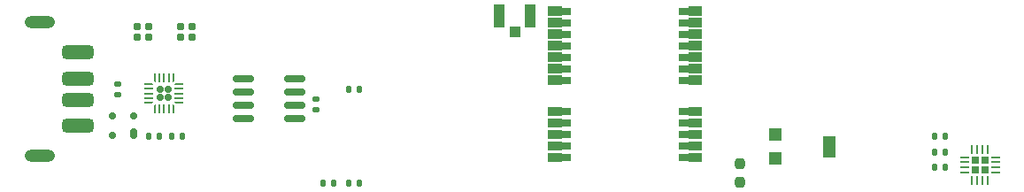
<source format=gbr>
%TF.GenerationSoftware,KiCad,Pcbnew,8.0.3*%
%TF.CreationDate,2024-06-24T16:42:43-03:00*%
%TF.ProjectId,kicad_project,6b696361-645f-4707-926f-6a6563742e6b,rev?*%
%TF.SameCoordinates,Original*%
%TF.FileFunction,Paste,Top*%
%TF.FilePolarity,Positive*%
%FSLAX46Y46*%
G04 Gerber Fmt 4.6, Leading zero omitted, Abs format (unit mm)*
G04 Created by KiCad (PCBNEW 8.0.3) date 2024-06-24 16:42:43*
%MOMM*%
%LPD*%
G01*
G04 APERTURE LIST*
G04 Aperture macros list*
%AMRoundRect*
0 Rectangle with rounded corners*
0 $1 Rounding radius*
0 $2 $3 $4 $5 $6 $7 $8 $9 X,Y pos of 4 corners*
0 Add a 4 corners polygon primitive as box body*
4,1,4,$2,$3,$4,$5,$6,$7,$8,$9,$2,$3,0*
0 Add four circle primitives for the rounded corners*
1,1,$1+$1,$2,$3*
1,1,$1+$1,$4,$5*
1,1,$1+$1,$6,$7*
1,1,$1+$1,$8,$9*
0 Add four rect primitives between the rounded corners*
20,1,$1+$1,$2,$3,$4,$5,0*
20,1,$1+$1,$4,$5,$6,$7,0*
20,1,$1+$1,$6,$7,$8,$9,0*
20,1,$1+$1,$8,$9,$2,$3,0*%
%AMFreePoly0*
4,1,14,0.110355,0.410355,0.125000,0.375000,0.125000,-0.375000,0.110355,-0.410355,0.075000,-0.425000,0.045711,-0.425000,0.010356,-0.410355,-0.110355,-0.289644,-0.125000,-0.254289,-0.125000,0.375000,-0.110355,0.410355,-0.075000,0.425000,0.075000,0.425000,0.110355,0.410355,0.110355,0.410355,$1*%
%AMFreePoly1*
4,1,14,0.110355,0.410355,0.125000,0.375000,0.125000,-0.254289,0.110355,-0.289644,-0.010356,-0.410355,-0.045711,-0.425000,-0.075000,-0.425000,-0.110355,-0.410355,-0.125000,-0.375000,-0.125000,0.375000,-0.110355,0.410355,-0.075000,0.425000,0.075000,0.425000,0.110355,0.410355,0.110355,0.410355,$1*%
%AMFreePoly2*
4,1,14,0.410355,0.110355,0.425000,0.075000,0.425000,-0.075000,0.410355,-0.110355,0.375000,-0.125000,-0.375000,-0.125000,-0.410355,-0.110355,-0.425000,-0.075000,-0.425000,-0.045711,-0.410355,-0.010356,-0.289644,0.110355,-0.254289,0.125000,0.375000,0.125000,0.410355,0.110355,0.410355,0.110355,$1*%
%AMFreePoly3*
4,1,14,0.410355,0.110355,0.425000,0.075000,0.425000,-0.075000,0.410355,-0.110355,0.375000,-0.125000,-0.254289,-0.125000,-0.289644,-0.110355,-0.410355,0.010356,-0.425000,0.045711,-0.425000,0.075000,-0.410355,0.110355,-0.375000,0.125000,0.375000,0.125000,0.410355,0.110355,0.410355,0.110355,$1*%
%AMFreePoly4*
4,1,14,-0.010356,0.410355,0.110355,0.289644,0.125000,0.254289,0.125000,-0.375000,0.110355,-0.410355,0.075000,-0.425000,-0.075000,-0.425000,-0.110355,-0.410355,-0.125000,-0.375000,-0.125000,0.375000,-0.110355,0.410355,-0.075000,0.425000,-0.045711,0.425000,-0.010356,0.410355,-0.010356,0.410355,$1*%
%AMFreePoly5*
4,1,14,0.110355,0.410355,0.125000,0.375000,0.125000,-0.375000,0.110355,-0.410355,0.075000,-0.425000,-0.075000,-0.425000,-0.110355,-0.410355,-0.125000,-0.375000,-0.125000,0.254289,-0.110355,0.289644,0.010356,0.410355,0.045711,0.425000,0.075000,0.425000,0.110355,0.410355,0.110355,0.410355,$1*%
%AMFreePoly6*
4,1,14,0.410355,0.110355,0.425000,0.075000,0.425000,0.045711,0.410355,0.010356,0.289644,-0.110355,0.254289,-0.125000,-0.375000,-0.125000,-0.410355,-0.110355,-0.425000,-0.075000,-0.425000,0.075000,-0.410355,0.110355,-0.375000,0.125000,0.375000,0.125000,0.410355,0.110355,0.410355,0.110355,$1*%
%AMFreePoly7*
4,1,14,0.289644,0.110355,0.410355,-0.010356,0.425000,-0.045711,0.425000,-0.075000,0.410355,-0.110355,0.375000,-0.125000,-0.375000,-0.125000,-0.410355,-0.110355,-0.425000,-0.075000,-0.425000,0.075000,-0.410355,0.110355,-0.375000,0.125000,0.254289,0.125000,0.289644,0.110355,0.289644,0.110355,$1*%
G04 Aperture macros list end*
%ADD10C,0.000100*%
%ADD11R,1.300000X1.300000*%
%ADD12R,1.300000X2.000000*%
%ADD13RoundRect,0.135000X0.135000X0.185000X-0.135000X0.185000X-0.135000X-0.185000X0.135000X-0.185000X0*%
%ADD14RoundRect,0.135000X-0.135000X-0.185000X0.135000X-0.185000X0.135000X0.185000X-0.135000X0.185000X0*%
%ADD15RoundRect,0.135000X-0.185000X0.135000X-0.185000X-0.135000X0.185000X-0.135000X0.185000X0.135000X0*%
%ADD16RoundRect,0.135000X0.185000X-0.135000X0.185000X0.135000X-0.185000X0.135000X-0.185000X-0.135000X0*%
%ADD17RoundRect,0.237500X0.237500X-0.250000X0.237500X0.250000X-0.237500X0.250000X-0.237500X-0.250000X0*%
%ADD18RoundRect,0.150000X-0.825000X-0.150000X0.825000X-0.150000X0.825000X0.150000X-0.825000X0.150000X0*%
%ADD19FreePoly0,270.000000*%
%ADD20RoundRect,0.062500X-0.362500X0.062500X-0.362500X-0.062500X0.362500X-0.062500X0.362500X0.062500X0*%
%ADD21FreePoly1,270.000000*%
%ADD22FreePoly2,270.000000*%
%ADD23RoundRect,0.062500X-0.062500X0.362500X-0.062500X-0.362500X0.062500X-0.362500X0.062500X0.362500X0*%
%ADD24FreePoly3,270.000000*%
%ADD25FreePoly4,270.000000*%
%ADD26FreePoly5,270.000000*%
%ADD27FreePoly6,270.000000*%
%ADD28FreePoly7,270.000000*%
%ADD29RoundRect,0.160000X-0.160000X0.160000X-0.160000X-0.160000X0.160000X-0.160000X0.160000X0.160000X0*%
%ADD30RoundRect,0.062500X-0.062500X-0.325000X0.062500X-0.325000X0.062500X0.325000X-0.062500X0.325000X0*%
%ADD31RoundRect,0.062500X-0.325000X-0.062500X0.325000X-0.062500X0.325000X0.062500X-0.325000X0.062500X0*%
%ADD32RoundRect,0.182500X-0.182500X-0.182500X0.182500X-0.182500X0.182500X0.182500X-0.182500X0.182500X0*%
%ADD33R,1.100000X2.250000*%
%ADD34R,1.050000X1.100000*%
%ADD35O,2.900000X1.200000*%
%ADD36RoundRect,0.325000X-1.175000X0.325000X-1.175000X-0.325000X1.175000X-0.325000X1.175000X0.325000X0*%
%ADD37RoundRect,0.175000X0.175000X0.325000X-0.175000X0.325000X-0.175000X-0.325000X0.175000X-0.325000X0*%
%ADD38RoundRect,0.150000X0.200000X0.150000X-0.200000X0.150000X-0.200000X-0.150000X0.200000X-0.150000X0*%
%ADD39RoundRect,0.155000X0.212500X0.155000X-0.212500X0.155000X-0.212500X-0.155000X0.212500X-0.155000X0*%
%ADD40RoundRect,0.155000X-0.212500X-0.155000X0.212500X-0.155000X0.212500X0.155000X-0.212500X0.155000X0*%
G04 APERTURE END LIST*
D10*
%TO.C,U4*%
X141900000Y-70100000D02*
X142800000Y-70100000D01*
X142800000Y-70700000D01*
X141900000Y-70700000D01*
X141900000Y-70800000D01*
X140700000Y-70800000D01*
X140700000Y-70000000D01*
X141900000Y-70000000D01*
X141900000Y-70100000D01*
G36*
X141900000Y-70100000D02*
G01*
X142800000Y-70100000D01*
X142800000Y-70700000D01*
X141900000Y-70700000D01*
X141900000Y-70800000D01*
X140700000Y-70800000D01*
X140700000Y-70000000D01*
X141900000Y-70000000D01*
X141900000Y-70100000D01*
G37*
X141900000Y-72300000D02*
X142800000Y-72300000D01*
X142800000Y-72900000D01*
X141900000Y-72900000D01*
X141900000Y-73000000D01*
X140700000Y-73000000D01*
X140700000Y-72200000D01*
X141900000Y-72200000D01*
X141900000Y-72300000D01*
G36*
X141900000Y-72300000D02*
G01*
X142800000Y-72300000D01*
X142800000Y-72900000D01*
X141900000Y-72900000D01*
X141900000Y-73000000D01*
X140700000Y-73000000D01*
X140700000Y-72200000D01*
X141900000Y-72200000D01*
X141900000Y-72300000D01*
G37*
X141900000Y-71200000D02*
X142800000Y-71200000D01*
X142800000Y-71800000D01*
X141900000Y-71800000D01*
X141900000Y-71900000D01*
X140700000Y-71900000D01*
X140700000Y-71100000D01*
X141900000Y-71100000D01*
X141900000Y-71200000D01*
G36*
X141900000Y-71200000D02*
G01*
X142800000Y-71200000D01*
X142800000Y-71800000D01*
X141900000Y-71800000D01*
X141900000Y-71900000D01*
X140700000Y-71900000D01*
X140700000Y-71100000D01*
X141900000Y-71100000D01*
X141900000Y-71200000D01*
G37*
X141900000Y-67900000D02*
X142800000Y-67900000D01*
X142800000Y-68500000D01*
X141900000Y-68500000D01*
X141900000Y-68600000D01*
X140700000Y-68600000D01*
X140700000Y-67800000D01*
X141900000Y-67800000D01*
X141900000Y-67900000D01*
G36*
X141900000Y-67900000D02*
G01*
X142800000Y-67900000D01*
X142800000Y-68500000D01*
X141900000Y-68500000D01*
X141900000Y-68600000D01*
X140700000Y-68600000D01*
X140700000Y-67800000D01*
X141900000Y-67800000D01*
X141900000Y-67900000D01*
G37*
X141900000Y-69000000D02*
X142800000Y-69000000D01*
X142800000Y-69600000D01*
X141900000Y-69600000D01*
X141900000Y-69700000D01*
X140700000Y-69700000D01*
X140700000Y-68900000D01*
X141900000Y-68900000D01*
X141900000Y-69000000D01*
G36*
X141900000Y-69000000D02*
G01*
X142800000Y-69000000D01*
X142800000Y-69600000D01*
X141900000Y-69600000D01*
X141900000Y-69700000D01*
X140700000Y-69700000D01*
X140700000Y-68900000D01*
X141900000Y-68900000D01*
X141900000Y-69000000D01*
G37*
X141900000Y-65700000D02*
X142800000Y-65700000D01*
X142800000Y-66300000D01*
X141900000Y-66300000D01*
X141900000Y-66400000D01*
X140700000Y-66400000D01*
X140700000Y-65600000D01*
X141900000Y-65600000D01*
X141900000Y-65700000D01*
G36*
X141900000Y-65700000D02*
G01*
X142800000Y-65700000D01*
X142800000Y-66300000D01*
X141900000Y-66300000D01*
X141900000Y-66400000D01*
X140700000Y-66400000D01*
X140700000Y-65600000D01*
X141900000Y-65600000D01*
X141900000Y-65700000D01*
G37*
X141900000Y-66800000D02*
X142800000Y-66800000D01*
X142800000Y-67400000D01*
X141900000Y-67400000D01*
X141900000Y-67500000D01*
X140700000Y-67500000D01*
X140700000Y-66700000D01*
X141900000Y-66700000D01*
X141900000Y-66800000D01*
G36*
X141900000Y-66800000D02*
G01*
X142800000Y-66800000D01*
X142800000Y-67400000D01*
X141900000Y-67400000D01*
X141900000Y-67500000D01*
X140700000Y-67500000D01*
X140700000Y-66700000D01*
X141900000Y-66700000D01*
X141900000Y-66800000D01*
G37*
X155300000Y-77100000D02*
X154100000Y-77100000D01*
X154100000Y-77000000D01*
X153200000Y-77000000D01*
X153200000Y-76400000D01*
X154100000Y-76400000D01*
X154100000Y-76300000D01*
X155300000Y-76300000D01*
X155300000Y-77100000D01*
G36*
X155300000Y-77100000D02*
G01*
X154100000Y-77100000D01*
X154100000Y-77000000D01*
X153200000Y-77000000D01*
X153200000Y-76400000D01*
X154100000Y-76400000D01*
X154100000Y-76300000D01*
X155300000Y-76300000D01*
X155300000Y-77100000D01*
G37*
X155300000Y-76000000D02*
X154100000Y-76000000D01*
X154100000Y-75900000D01*
X153200000Y-75900000D01*
X153200000Y-75300000D01*
X154100000Y-75300000D01*
X154100000Y-75200000D01*
X155300000Y-75200000D01*
X155300000Y-76000000D01*
G36*
X155300000Y-76000000D02*
G01*
X154100000Y-76000000D01*
X154100000Y-75900000D01*
X153200000Y-75900000D01*
X153200000Y-75300000D01*
X154100000Y-75300000D01*
X154100000Y-75200000D01*
X155300000Y-75200000D01*
X155300000Y-76000000D01*
G37*
X155300000Y-79300000D02*
X154100000Y-79300000D01*
X154100000Y-79200000D01*
X153200000Y-79200000D01*
X153200000Y-78600000D01*
X154100000Y-78600000D01*
X154100000Y-78500000D01*
X155300000Y-78500000D01*
X155300000Y-79300000D01*
G36*
X155300000Y-79300000D02*
G01*
X154100000Y-79300000D01*
X154100000Y-79200000D01*
X153200000Y-79200000D01*
X153200000Y-78600000D01*
X154100000Y-78600000D01*
X154100000Y-78500000D01*
X155300000Y-78500000D01*
X155300000Y-79300000D01*
G37*
X155300000Y-78200000D02*
X154100000Y-78200000D01*
X154100000Y-78100000D01*
X153200000Y-78100000D01*
X153200000Y-77500000D01*
X154100000Y-77500000D01*
X154100000Y-77400000D01*
X155300000Y-77400000D01*
X155300000Y-78200000D01*
G36*
X155300000Y-78200000D02*
G01*
X154100000Y-78200000D01*
X154100000Y-78100000D01*
X153200000Y-78100000D01*
X153200000Y-77500000D01*
X154100000Y-77500000D01*
X154100000Y-77400000D01*
X155300000Y-77400000D01*
X155300000Y-78200000D01*
G37*
X155300000Y-80400000D02*
X154100000Y-80400000D01*
X154100000Y-80300000D01*
X153200000Y-80300000D01*
X153200000Y-79700000D01*
X154100000Y-79700000D01*
X154100000Y-79600000D01*
X155300000Y-79600000D01*
X155300000Y-80400000D01*
G36*
X155300000Y-80400000D02*
G01*
X154100000Y-80400000D01*
X154100000Y-80300000D01*
X153200000Y-80300000D01*
X153200000Y-79700000D01*
X154100000Y-79700000D01*
X154100000Y-79600000D01*
X155300000Y-79600000D01*
X155300000Y-80400000D01*
G37*
X141900000Y-75300000D02*
X142800000Y-75300000D01*
X142800000Y-75900000D01*
X141900000Y-75900000D01*
X141900000Y-76000000D01*
X140700000Y-76000000D01*
X140700000Y-75200000D01*
X141900000Y-75200000D01*
X141900000Y-75300000D01*
G36*
X141900000Y-75300000D02*
G01*
X142800000Y-75300000D01*
X142800000Y-75900000D01*
X141900000Y-75900000D01*
X141900000Y-76000000D01*
X140700000Y-76000000D01*
X140700000Y-75200000D01*
X141900000Y-75200000D01*
X141900000Y-75300000D01*
G37*
X141900000Y-76400000D02*
X142800000Y-76400000D01*
X142800000Y-77000000D01*
X141900000Y-77000000D01*
X141900000Y-77100000D01*
X140700000Y-77100000D01*
X140700000Y-76300000D01*
X141900000Y-76300000D01*
X141900000Y-76400000D01*
G36*
X141900000Y-76400000D02*
G01*
X142800000Y-76400000D01*
X142800000Y-77000000D01*
X141900000Y-77000000D01*
X141900000Y-77100000D01*
X140700000Y-77100000D01*
X140700000Y-76300000D01*
X141900000Y-76300000D01*
X141900000Y-76400000D01*
G37*
X141900000Y-77500000D02*
X142800000Y-77500000D01*
X142800000Y-78100000D01*
X141900000Y-78100000D01*
X141900000Y-78200000D01*
X140700000Y-78200000D01*
X140700000Y-77400000D01*
X141900000Y-77400000D01*
X141900000Y-77500000D01*
G36*
X141900000Y-77500000D02*
G01*
X142800000Y-77500000D01*
X142800000Y-78100000D01*
X141900000Y-78100000D01*
X141900000Y-78200000D01*
X140700000Y-78200000D01*
X140700000Y-77400000D01*
X141900000Y-77400000D01*
X141900000Y-77500000D01*
G37*
X141900000Y-78600000D02*
X142800000Y-78600000D01*
X142800000Y-79200000D01*
X141900000Y-79200000D01*
X141900000Y-79300000D01*
X140700000Y-79300000D01*
X140700000Y-78500000D01*
X141900000Y-78500000D01*
X141900000Y-78600000D01*
G36*
X141900000Y-78600000D02*
G01*
X142800000Y-78600000D01*
X142800000Y-79200000D01*
X141900000Y-79200000D01*
X141900000Y-79300000D01*
X140700000Y-79300000D01*
X140700000Y-78500000D01*
X141900000Y-78500000D01*
X141900000Y-78600000D01*
G37*
X141900000Y-79700000D02*
X142800000Y-79700000D01*
X142800000Y-80300000D01*
X141900000Y-80300000D01*
X141900000Y-80400000D01*
X140700000Y-80400000D01*
X140700000Y-79600000D01*
X141900000Y-79600000D01*
X141900000Y-79700000D01*
G36*
X141900000Y-79700000D02*
G01*
X142800000Y-79700000D01*
X142800000Y-80300000D01*
X141900000Y-80300000D01*
X141900000Y-80400000D01*
X140700000Y-80400000D01*
X140700000Y-79600000D01*
X141900000Y-79600000D01*
X141900000Y-79700000D01*
G37*
X155300000Y-73000000D02*
X154100000Y-73000000D01*
X154100000Y-72900000D01*
X153200000Y-72900000D01*
X153200000Y-72300000D01*
X154100000Y-72300000D01*
X154100000Y-72200000D01*
X155300000Y-72200000D01*
X155300000Y-73000000D01*
G36*
X155300000Y-73000000D02*
G01*
X154100000Y-73000000D01*
X154100000Y-72900000D01*
X153200000Y-72900000D01*
X153200000Y-72300000D01*
X154100000Y-72300000D01*
X154100000Y-72200000D01*
X155300000Y-72200000D01*
X155300000Y-73000000D01*
G37*
X155300000Y-71900000D02*
X154100000Y-71900000D01*
X154100000Y-71800000D01*
X153200000Y-71800000D01*
X153200000Y-71200000D01*
X154100000Y-71200000D01*
X154100000Y-71100000D01*
X155300000Y-71100000D01*
X155300000Y-71900000D01*
G36*
X155300000Y-71900000D02*
G01*
X154100000Y-71900000D01*
X154100000Y-71800000D01*
X153200000Y-71800000D01*
X153200000Y-71200000D01*
X154100000Y-71200000D01*
X154100000Y-71100000D01*
X155300000Y-71100000D01*
X155300000Y-71900000D01*
G37*
X155300000Y-70800000D02*
X154100000Y-70800000D01*
X154100000Y-70700000D01*
X153200000Y-70700000D01*
X153200000Y-70100000D01*
X154100000Y-70100000D01*
X154100000Y-70000000D01*
X155300000Y-70000000D01*
X155300000Y-70800000D01*
G36*
X155300000Y-70800000D02*
G01*
X154100000Y-70800000D01*
X154100000Y-70700000D01*
X153200000Y-70700000D01*
X153200000Y-70100000D01*
X154100000Y-70100000D01*
X154100000Y-70000000D01*
X155300000Y-70000000D01*
X155300000Y-70800000D01*
G37*
X155300000Y-69700000D02*
X154100000Y-69700000D01*
X154100000Y-69600000D01*
X153200000Y-69600000D01*
X153200000Y-69000000D01*
X154100000Y-69000000D01*
X154100000Y-68900000D01*
X155300000Y-68900000D01*
X155300000Y-69700000D01*
G36*
X155300000Y-69700000D02*
G01*
X154100000Y-69700000D01*
X154100000Y-69600000D01*
X153200000Y-69600000D01*
X153200000Y-69000000D01*
X154100000Y-69000000D01*
X154100000Y-68900000D01*
X155300000Y-68900000D01*
X155300000Y-69700000D01*
G37*
X155300000Y-68600000D02*
X154100000Y-68600000D01*
X154100000Y-68500000D01*
X153200000Y-68500000D01*
X153200000Y-67900000D01*
X154100000Y-67900000D01*
X154100000Y-67800000D01*
X155300000Y-67800000D01*
X155300000Y-68600000D01*
G36*
X155300000Y-68600000D02*
G01*
X154100000Y-68600000D01*
X154100000Y-68500000D01*
X153200000Y-68500000D01*
X153200000Y-67900000D01*
X154100000Y-67900000D01*
X154100000Y-67800000D01*
X155300000Y-67800000D01*
X155300000Y-68600000D01*
G37*
X155300000Y-67500000D02*
X154100000Y-67500000D01*
X154100000Y-67400000D01*
X153200000Y-67400000D01*
X153200000Y-66800000D01*
X154100000Y-66800000D01*
X154100000Y-66700000D01*
X155300000Y-66700000D01*
X155300000Y-67500000D01*
G36*
X155300000Y-67500000D02*
G01*
X154100000Y-67500000D01*
X154100000Y-67400000D01*
X153200000Y-67400000D01*
X153200000Y-66800000D01*
X154100000Y-66800000D01*
X154100000Y-66700000D01*
X155300000Y-66700000D01*
X155300000Y-67500000D01*
G37*
X155300000Y-66400000D02*
X154100000Y-66400000D01*
X154100000Y-66300000D01*
X153200000Y-66300000D01*
X153200000Y-65700000D01*
X154100000Y-65700000D01*
X154100000Y-65600000D01*
X155300000Y-65600000D01*
X155300000Y-66400000D01*
G36*
X155300000Y-66400000D02*
G01*
X154100000Y-66400000D01*
X154100000Y-66300000D01*
X153200000Y-66300000D01*
X153200000Y-65700000D01*
X154100000Y-65700000D01*
X154100000Y-65600000D01*
X155300000Y-65600000D01*
X155300000Y-66400000D01*
G37*
%TD*%
D11*
%TO.C,RV1*%
X162400000Y-80150000D03*
D12*
X167600000Y-79000000D03*
D11*
X162400000Y-77850000D03*
%TD*%
D13*
%TO.C,R3*%
X178665000Y-81000000D03*
X177645000Y-81000000D03*
%TD*%
%TO.C,R2*%
X178665000Y-79500000D03*
X177645000Y-79500000D03*
%TD*%
%TO.C,R1*%
X178665000Y-78000000D03*
X177645000Y-78000000D03*
%TD*%
D14*
%TO.C,R6*%
X104645000Y-78000000D03*
X105665000Y-78000000D03*
%TD*%
%TO.C,R5*%
X102455000Y-78000000D03*
X103475000Y-78000000D03*
%TD*%
D15*
%TO.C,R7*%
X99500000Y-72990000D03*
X99500000Y-74010000D03*
%TD*%
D13*
%TO.C,R8*%
X122665000Y-73500000D03*
X121645000Y-73500000D03*
%TD*%
D16*
%TO.C,R9*%
X118500000Y-75500000D03*
X118500000Y-74480000D03*
%TD*%
D13*
%TO.C,R10*%
X120165000Y-82500000D03*
X119145000Y-82500000D03*
%TD*%
D14*
%TO.C,R11*%
X121645000Y-82500000D03*
X122665000Y-82500000D03*
%TD*%
D17*
%TO.C,R4*%
X159000000Y-82412500D03*
X159000000Y-80587500D03*
%TD*%
D18*
%TO.C,U5*%
X111525000Y-72460000D03*
X111525000Y-73730000D03*
X111525000Y-75000000D03*
X111525000Y-76270000D03*
X116475000Y-76270000D03*
X116475000Y-75000000D03*
X116475000Y-73730000D03*
X116475000Y-72460000D03*
%TD*%
D19*
%TO.C,U3*%
X105400000Y-73000000D03*
D20*
X105400000Y-73450000D03*
X105400000Y-73900000D03*
X105400000Y-74350000D03*
D21*
X105400000Y-74800000D03*
D22*
X104850000Y-75350000D03*
D23*
X104400000Y-75350000D03*
X103950000Y-75350000D03*
X103500000Y-75350000D03*
D24*
X103050000Y-75350000D03*
D25*
X102500000Y-74800000D03*
D20*
X102500000Y-74350000D03*
X102500000Y-73900000D03*
X102500000Y-73450000D03*
D26*
X102500000Y-73000000D03*
D27*
X103050000Y-72450000D03*
D23*
X103500000Y-72450000D03*
X103950000Y-72450000D03*
X104400000Y-72450000D03*
D28*
X104850000Y-72450000D03*
D29*
X103550000Y-74300000D03*
X104350000Y-74300000D03*
X103550000Y-73500000D03*
X104350000Y-73500000D03*
%TD*%
D30*
%TO.C,U2*%
X181262500Y-79262500D03*
X181762500Y-79262500D03*
X182262500Y-79262500D03*
X182762500Y-79262500D03*
D31*
X183500000Y-80000000D03*
X183500000Y-80500000D03*
X183500000Y-81000000D03*
X183500000Y-81500000D03*
D30*
X182762500Y-82237500D03*
X182262500Y-82237500D03*
X181762500Y-82237500D03*
X181262500Y-82237500D03*
D31*
X180525000Y-81500000D03*
X180525000Y-81000000D03*
X180525000Y-80500000D03*
X180525000Y-80000000D03*
D32*
X182462500Y-81200000D03*
X182462500Y-80300000D03*
X181562500Y-81200000D03*
X181562500Y-80300000D03*
%TD*%
D33*
%TO.C,J3*%
X136025000Y-66500000D03*
X138975000Y-66500000D03*
D34*
X137500000Y-68050000D03*
%TD*%
D35*
%TO.C,J1*%
X92040000Y-67100000D03*
X92040000Y-79900000D03*
D36*
X95740000Y-70000000D03*
X95740000Y-72500000D03*
X95740000Y-74500000D03*
X95740000Y-77000000D03*
%TD*%
D37*
%TO.C,D1*%
X101000000Y-77750000D03*
D38*
X101000000Y-76050000D03*
X99000000Y-76050000D03*
X99000000Y-77950000D03*
%TD*%
D39*
%TO.C,C4*%
X105500000Y-68500000D03*
X106635000Y-68500000D03*
%TD*%
%TO.C,C3*%
X105500000Y-67500000D03*
X106635000Y-67500000D03*
%TD*%
D40*
%TO.C,C2*%
X102500000Y-68500000D03*
X101365000Y-68500000D03*
%TD*%
%TO.C,C1*%
X102500000Y-67500000D03*
X101365000Y-67500000D03*
%TD*%
M02*

</source>
